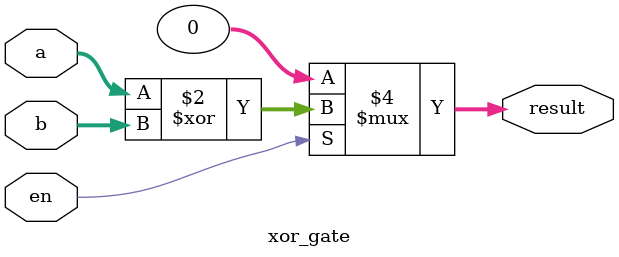
<source format=v>
module xor_gate(
    input [31:0]a,b,
    input en,
    output reg[31:0]result
);
    always @(*) begin
        if(en)begin
            result = a^b;    
        end else begin
            result = 32'd0;  
        end
    end
endmodule
</source>
